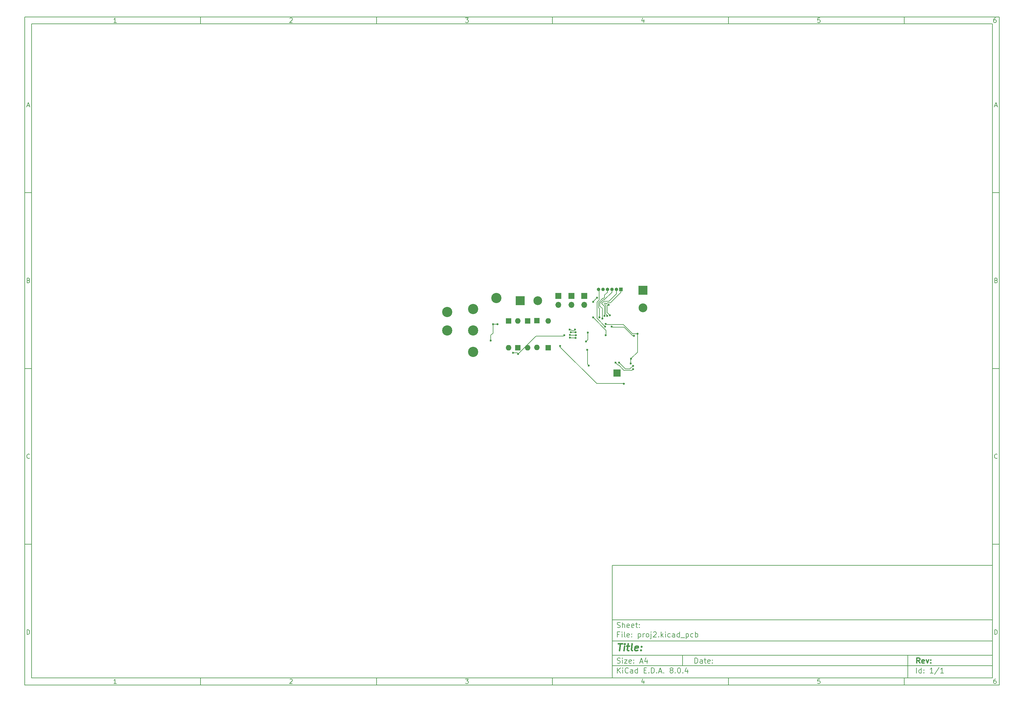
<source format=gbr>
%TF.GenerationSoftware,KiCad,Pcbnew,8.0.4*%
%TF.CreationDate,2024-08-19T20:12:35-04:00*%
%TF.ProjectId,proj2,70726f6a-322e-46b6-9963-61645f706362,rev?*%
%TF.SameCoordinates,Original*%
%TF.FileFunction,Copper,L2,Bot*%
%TF.FilePolarity,Positive*%
%FSLAX46Y46*%
G04 Gerber Fmt 4.6, Leading zero omitted, Abs format (unit mm)*
G04 Created by KiCad (PCBNEW 8.0.4) date 2024-08-19 20:12:35*
%MOMM*%
%LPD*%
G01*
G04 APERTURE LIST*
%ADD10C,0.100000*%
%ADD11C,0.150000*%
%ADD12C,0.300000*%
%ADD13C,0.400000*%
%TA.AperFunction,ComponentPad*%
%ADD14R,2.500000X2.500000*%
%TD*%
%TA.AperFunction,ComponentPad*%
%ADD15C,2.500000*%
%TD*%
%TA.AperFunction,ComponentPad*%
%ADD16R,1.600000X1.600000*%
%TD*%
%TA.AperFunction,ComponentPad*%
%ADD17O,1.600000X1.600000*%
%TD*%
%TA.AperFunction,ComponentPad*%
%ADD18C,2.900000*%
%TD*%
%TA.AperFunction,ComponentPad*%
%ADD19R,1.700000X1.700000*%
%TD*%
%TA.AperFunction,ComponentPad*%
%ADD20O,1.700000X1.700000*%
%TD*%
%TA.AperFunction,ComponentPad*%
%ADD21R,1.000000X1.000000*%
%TD*%
%TA.AperFunction,ComponentPad*%
%ADD22O,1.000000X1.000000*%
%TD*%
%TA.AperFunction,HeatsinkPad*%
%ADD23C,0.600000*%
%TD*%
%TA.AperFunction,HeatsinkPad*%
%ADD24R,2.100000X2.100000*%
%TD*%
%TA.AperFunction,ViaPad*%
%ADD25C,0.600000*%
%TD*%
%TA.AperFunction,Conductor*%
%ADD26C,0.200000*%
%TD*%
G04 APERTURE END LIST*
D10*
D11*
X177002200Y-166007200D02*
X285002200Y-166007200D01*
X285002200Y-198007200D01*
X177002200Y-198007200D01*
X177002200Y-166007200D01*
D10*
D11*
X10000000Y-10000000D02*
X287002200Y-10000000D01*
X287002200Y-200007200D01*
X10000000Y-200007200D01*
X10000000Y-10000000D01*
D10*
D11*
X12000000Y-12000000D02*
X285002200Y-12000000D01*
X285002200Y-198007200D01*
X12000000Y-198007200D01*
X12000000Y-12000000D01*
D10*
D11*
X60000000Y-12000000D02*
X60000000Y-10000000D01*
D10*
D11*
X110000000Y-12000000D02*
X110000000Y-10000000D01*
D10*
D11*
X160000000Y-12000000D02*
X160000000Y-10000000D01*
D10*
D11*
X210000000Y-12000000D02*
X210000000Y-10000000D01*
D10*
D11*
X260000000Y-12000000D02*
X260000000Y-10000000D01*
D10*
D11*
X36089160Y-11593604D02*
X35346303Y-11593604D01*
X35717731Y-11593604D02*
X35717731Y-10293604D01*
X35717731Y-10293604D02*
X35593922Y-10479319D01*
X35593922Y-10479319D02*
X35470112Y-10603128D01*
X35470112Y-10603128D02*
X35346303Y-10665033D01*
D10*
D11*
X85346303Y-10417414D02*
X85408207Y-10355509D01*
X85408207Y-10355509D02*
X85532017Y-10293604D01*
X85532017Y-10293604D02*
X85841541Y-10293604D01*
X85841541Y-10293604D02*
X85965350Y-10355509D01*
X85965350Y-10355509D02*
X86027255Y-10417414D01*
X86027255Y-10417414D02*
X86089160Y-10541223D01*
X86089160Y-10541223D02*
X86089160Y-10665033D01*
X86089160Y-10665033D02*
X86027255Y-10850747D01*
X86027255Y-10850747D02*
X85284398Y-11593604D01*
X85284398Y-11593604D02*
X86089160Y-11593604D01*
D10*
D11*
X135284398Y-10293604D02*
X136089160Y-10293604D01*
X136089160Y-10293604D02*
X135655826Y-10788842D01*
X135655826Y-10788842D02*
X135841541Y-10788842D01*
X135841541Y-10788842D02*
X135965350Y-10850747D01*
X135965350Y-10850747D02*
X136027255Y-10912652D01*
X136027255Y-10912652D02*
X136089160Y-11036461D01*
X136089160Y-11036461D02*
X136089160Y-11345985D01*
X136089160Y-11345985D02*
X136027255Y-11469795D01*
X136027255Y-11469795D02*
X135965350Y-11531700D01*
X135965350Y-11531700D02*
X135841541Y-11593604D01*
X135841541Y-11593604D02*
X135470112Y-11593604D01*
X135470112Y-11593604D02*
X135346303Y-11531700D01*
X135346303Y-11531700D02*
X135284398Y-11469795D01*
D10*
D11*
X185965350Y-10726938D02*
X185965350Y-11593604D01*
X185655826Y-10231700D02*
X185346303Y-11160271D01*
X185346303Y-11160271D02*
X186151064Y-11160271D01*
D10*
D11*
X236027255Y-10293604D02*
X235408207Y-10293604D01*
X235408207Y-10293604D02*
X235346303Y-10912652D01*
X235346303Y-10912652D02*
X235408207Y-10850747D01*
X235408207Y-10850747D02*
X235532017Y-10788842D01*
X235532017Y-10788842D02*
X235841541Y-10788842D01*
X235841541Y-10788842D02*
X235965350Y-10850747D01*
X235965350Y-10850747D02*
X236027255Y-10912652D01*
X236027255Y-10912652D02*
X236089160Y-11036461D01*
X236089160Y-11036461D02*
X236089160Y-11345985D01*
X236089160Y-11345985D02*
X236027255Y-11469795D01*
X236027255Y-11469795D02*
X235965350Y-11531700D01*
X235965350Y-11531700D02*
X235841541Y-11593604D01*
X235841541Y-11593604D02*
X235532017Y-11593604D01*
X235532017Y-11593604D02*
X235408207Y-11531700D01*
X235408207Y-11531700D02*
X235346303Y-11469795D01*
D10*
D11*
X285965350Y-10293604D02*
X285717731Y-10293604D01*
X285717731Y-10293604D02*
X285593922Y-10355509D01*
X285593922Y-10355509D02*
X285532017Y-10417414D01*
X285532017Y-10417414D02*
X285408207Y-10603128D01*
X285408207Y-10603128D02*
X285346303Y-10850747D01*
X285346303Y-10850747D02*
X285346303Y-11345985D01*
X285346303Y-11345985D02*
X285408207Y-11469795D01*
X285408207Y-11469795D02*
X285470112Y-11531700D01*
X285470112Y-11531700D02*
X285593922Y-11593604D01*
X285593922Y-11593604D02*
X285841541Y-11593604D01*
X285841541Y-11593604D02*
X285965350Y-11531700D01*
X285965350Y-11531700D02*
X286027255Y-11469795D01*
X286027255Y-11469795D02*
X286089160Y-11345985D01*
X286089160Y-11345985D02*
X286089160Y-11036461D01*
X286089160Y-11036461D02*
X286027255Y-10912652D01*
X286027255Y-10912652D02*
X285965350Y-10850747D01*
X285965350Y-10850747D02*
X285841541Y-10788842D01*
X285841541Y-10788842D02*
X285593922Y-10788842D01*
X285593922Y-10788842D02*
X285470112Y-10850747D01*
X285470112Y-10850747D02*
X285408207Y-10912652D01*
X285408207Y-10912652D02*
X285346303Y-11036461D01*
D10*
D11*
X60000000Y-198007200D02*
X60000000Y-200007200D01*
D10*
D11*
X110000000Y-198007200D02*
X110000000Y-200007200D01*
D10*
D11*
X160000000Y-198007200D02*
X160000000Y-200007200D01*
D10*
D11*
X210000000Y-198007200D02*
X210000000Y-200007200D01*
D10*
D11*
X260000000Y-198007200D02*
X260000000Y-200007200D01*
D10*
D11*
X36089160Y-199600804D02*
X35346303Y-199600804D01*
X35717731Y-199600804D02*
X35717731Y-198300804D01*
X35717731Y-198300804D02*
X35593922Y-198486519D01*
X35593922Y-198486519D02*
X35470112Y-198610328D01*
X35470112Y-198610328D02*
X35346303Y-198672233D01*
D10*
D11*
X85346303Y-198424614D02*
X85408207Y-198362709D01*
X85408207Y-198362709D02*
X85532017Y-198300804D01*
X85532017Y-198300804D02*
X85841541Y-198300804D01*
X85841541Y-198300804D02*
X85965350Y-198362709D01*
X85965350Y-198362709D02*
X86027255Y-198424614D01*
X86027255Y-198424614D02*
X86089160Y-198548423D01*
X86089160Y-198548423D02*
X86089160Y-198672233D01*
X86089160Y-198672233D02*
X86027255Y-198857947D01*
X86027255Y-198857947D02*
X85284398Y-199600804D01*
X85284398Y-199600804D02*
X86089160Y-199600804D01*
D10*
D11*
X135284398Y-198300804D02*
X136089160Y-198300804D01*
X136089160Y-198300804D02*
X135655826Y-198796042D01*
X135655826Y-198796042D02*
X135841541Y-198796042D01*
X135841541Y-198796042D02*
X135965350Y-198857947D01*
X135965350Y-198857947D02*
X136027255Y-198919852D01*
X136027255Y-198919852D02*
X136089160Y-199043661D01*
X136089160Y-199043661D02*
X136089160Y-199353185D01*
X136089160Y-199353185D02*
X136027255Y-199476995D01*
X136027255Y-199476995D02*
X135965350Y-199538900D01*
X135965350Y-199538900D02*
X135841541Y-199600804D01*
X135841541Y-199600804D02*
X135470112Y-199600804D01*
X135470112Y-199600804D02*
X135346303Y-199538900D01*
X135346303Y-199538900D02*
X135284398Y-199476995D01*
D10*
D11*
X185965350Y-198734138D02*
X185965350Y-199600804D01*
X185655826Y-198238900D02*
X185346303Y-199167471D01*
X185346303Y-199167471D02*
X186151064Y-199167471D01*
D10*
D11*
X236027255Y-198300804D02*
X235408207Y-198300804D01*
X235408207Y-198300804D02*
X235346303Y-198919852D01*
X235346303Y-198919852D02*
X235408207Y-198857947D01*
X235408207Y-198857947D02*
X235532017Y-198796042D01*
X235532017Y-198796042D02*
X235841541Y-198796042D01*
X235841541Y-198796042D02*
X235965350Y-198857947D01*
X235965350Y-198857947D02*
X236027255Y-198919852D01*
X236027255Y-198919852D02*
X236089160Y-199043661D01*
X236089160Y-199043661D02*
X236089160Y-199353185D01*
X236089160Y-199353185D02*
X236027255Y-199476995D01*
X236027255Y-199476995D02*
X235965350Y-199538900D01*
X235965350Y-199538900D02*
X235841541Y-199600804D01*
X235841541Y-199600804D02*
X235532017Y-199600804D01*
X235532017Y-199600804D02*
X235408207Y-199538900D01*
X235408207Y-199538900D02*
X235346303Y-199476995D01*
D10*
D11*
X285965350Y-198300804D02*
X285717731Y-198300804D01*
X285717731Y-198300804D02*
X285593922Y-198362709D01*
X285593922Y-198362709D02*
X285532017Y-198424614D01*
X285532017Y-198424614D02*
X285408207Y-198610328D01*
X285408207Y-198610328D02*
X285346303Y-198857947D01*
X285346303Y-198857947D02*
X285346303Y-199353185D01*
X285346303Y-199353185D02*
X285408207Y-199476995D01*
X285408207Y-199476995D02*
X285470112Y-199538900D01*
X285470112Y-199538900D02*
X285593922Y-199600804D01*
X285593922Y-199600804D02*
X285841541Y-199600804D01*
X285841541Y-199600804D02*
X285965350Y-199538900D01*
X285965350Y-199538900D02*
X286027255Y-199476995D01*
X286027255Y-199476995D02*
X286089160Y-199353185D01*
X286089160Y-199353185D02*
X286089160Y-199043661D01*
X286089160Y-199043661D02*
X286027255Y-198919852D01*
X286027255Y-198919852D02*
X285965350Y-198857947D01*
X285965350Y-198857947D02*
X285841541Y-198796042D01*
X285841541Y-198796042D02*
X285593922Y-198796042D01*
X285593922Y-198796042D02*
X285470112Y-198857947D01*
X285470112Y-198857947D02*
X285408207Y-198919852D01*
X285408207Y-198919852D02*
X285346303Y-199043661D01*
D10*
D11*
X10000000Y-60000000D02*
X12000000Y-60000000D01*
D10*
D11*
X10000000Y-110000000D02*
X12000000Y-110000000D01*
D10*
D11*
X10000000Y-160000000D02*
X12000000Y-160000000D01*
D10*
D11*
X10690476Y-35222176D02*
X11309523Y-35222176D01*
X10566666Y-35593604D02*
X10999999Y-34293604D01*
X10999999Y-34293604D02*
X11433333Y-35593604D01*
D10*
D11*
X11092857Y-84912652D02*
X11278571Y-84974557D01*
X11278571Y-84974557D02*
X11340476Y-85036461D01*
X11340476Y-85036461D02*
X11402380Y-85160271D01*
X11402380Y-85160271D02*
X11402380Y-85345985D01*
X11402380Y-85345985D02*
X11340476Y-85469795D01*
X11340476Y-85469795D02*
X11278571Y-85531700D01*
X11278571Y-85531700D02*
X11154761Y-85593604D01*
X11154761Y-85593604D02*
X10659523Y-85593604D01*
X10659523Y-85593604D02*
X10659523Y-84293604D01*
X10659523Y-84293604D02*
X11092857Y-84293604D01*
X11092857Y-84293604D02*
X11216666Y-84355509D01*
X11216666Y-84355509D02*
X11278571Y-84417414D01*
X11278571Y-84417414D02*
X11340476Y-84541223D01*
X11340476Y-84541223D02*
X11340476Y-84665033D01*
X11340476Y-84665033D02*
X11278571Y-84788842D01*
X11278571Y-84788842D02*
X11216666Y-84850747D01*
X11216666Y-84850747D02*
X11092857Y-84912652D01*
X11092857Y-84912652D02*
X10659523Y-84912652D01*
D10*
D11*
X11402380Y-135469795D02*
X11340476Y-135531700D01*
X11340476Y-135531700D02*
X11154761Y-135593604D01*
X11154761Y-135593604D02*
X11030952Y-135593604D01*
X11030952Y-135593604D02*
X10845238Y-135531700D01*
X10845238Y-135531700D02*
X10721428Y-135407890D01*
X10721428Y-135407890D02*
X10659523Y-135284080D01*
X10659523Y-135284080D02*
X10597619Y-135036461D01*
X10597619Y-135036461D02*
X10597619Y-134850747D01*
X10597619Y-134850747D02*
X10659523Y-134603128D01*
X10659523Y-134603128D02*
X10721428Y-134479319D01*
X10721428Y-134479319D02*
X10845238Y-134355509D01*
X10845238Y-134355509D02*
X11030952Y-134293604D01*
X11030952Y-134293604D02*
X11154761Y-134293604D01*
X11154761Y-134293604D02*
X11340476Y-134355509D01*
X11340476Y-134355509D02*
X11402380Y-134417414D01*
D10*
D11*
X10659523Y-185593604D02*
X10659523Y-184293604D01*
X10659523Y-184293604D02*
X10969047Y-184293604D01*
X10969047Y-184293604D02*
X11154761Y-184355509D01*
X11154761Y-184355509D02*
X11278571Y-184479319D01*
X11278571Y-184479319D02*
X11340476Y-184603128D01*
X11340476Y-184603128D02*
X11402380Y-184850747D01*
X11402380Y-184850747D02*
X11402380Y-185036461D01*
X11402380Y-185036461D02*
X11340476Y-185284080D01*
X11340476Y-185284080D02*
X11278571Y-185407890D01*
X11278571Y-185407890D02*
X11154761Y-185531700D01*
X11154761Y-185531700D02*
X10969047Y-185593604D01*
X10969047Y-185593604D02*
X10659523Y-185593604D01*
D10*
D11*
X287002200Y-60000000D02*
X285002200Y-60000000D01*
D10*
D11*
X287002200Y-110000000D02*
X285002200Y-110000000D01*
D10*
D11*
X287002200Y-160000000D02*
X285002200Y-160000000D01*
D10*
D11*
X285692676Y-35222176D02*
X286311723Y-35222176D01*
X285568866Y-35593604D02*
X286002199Y-34293604D01*
X286002199Y-34293604D02*
X286435533Y-35593604D01*
D10*
D11*
X286095057Y-84912652D02*
X286280771Y-84974557D01*
X286280771Y-84974557D02*
X286342676Y-85036461D01*
X286342676Y-85036461D02*
X286404580Y-85160271D01*
X286404580Y-85160271D02*
X286404580Y-85345985D01*
X286404580Y-85345985D02*
X286342676Y-85469795D01*
X286342676Y-85469795D02*
X286280771Y-85531700D01*
X286280771Y-85531700D02*
X286156961Y-85593604D01*
X286156961Y-85593604D02*
X285661723Y-85593604D01*
X285661723Y-85593604D02*
X285661723Y-84293604D01*
X285661723Y-84293604D02*
X286095057Y-84293604D01*
X286095057Y-84293604D02*
X286218866Y-84355509D01*
X286218866Y-84355509D02*
X286280771Y-84417414D01*
X286280771Y-84417414D02*
X286342676Y-84541223D01*
X286342676Y-84541223D02*
X286342676Y-84665033D01*
X286342676Y-84665033D02*
X286280771Y-84788842D01*
X286280771Y-84788842D02*
X286218866Y-84850747D01*
X286218866Y-84850747D02*
X286095057Y-84912652D01*
X286095057Y-84912652D02*
X285661723Y-84912652D01*
D10*
D11*
X286404580Y-135469795D02*
X286342676Y-135531700D01*
X286342676Y-135531700D02*
X286156961Y-135593604D01*
X286156961Y-135593604D02*
X286033152Y-135593604D01*
X286033152Y-135593604D02*
X285847438Y-135531700D01*
X285847438Y-135531700D02*
X285723628Y-135407890D01*
X285723628Y-135407890D02*
X285661723Y-135284080D01*
X285661723Y-135284080D02*
X285599819Y-135036461D01*
X285599819Y-135036461D02*
X285599819Y-134850747D01*
X285599819Y-134850747D02*
X285661723Y-134603128D01*
X285661723Y-134603128D02*
X285723628Y-134479319D01*
X285723628Y-134479319D02*
X285847438Y-134355509D01*
X285847438Y-134355509D02*
X286033152Y-134293604D01*
X286033152Y-134293604D02*
X286156961Y-134293604D01*
X286156961Y-134293604D02*
X286342676Y-134355509D01*
X286342676Y-134355509D02*
X286404580Y-134417414D01*
D10*
D11*
X285661723Y-185593604D02*
X285661723Y-184293604D01*
X285661723Y-184293604D02*
X285971247Y-184293604D01*
X285971247Y-184293604D02*
X286156961Y-184355509D01*
X286156961Y-184355509D02*
X286280771Y-184479319D01*
X286280771Y-184479319D02*
X286342676Y-184603128D01*
X286342676Y-184603128D02*
X286404580Y-184850747D01*
X286404580Y-184850747D02*
X286404580Y-185036461D01*
X286404580Y-185036461D02*
X286342676Y-185284080D01*
X286342676Y-185284080D02*
X286280771Y-185407890D01*
X286280771Y-185407890D02*
X286156961Y-185531700D01*
X286156961Y-185531700D02*
X285971247Y-185593604D01*
X285971247Y-185593604D02*
X285661723Y-185593604D01*
D10*
D11*
X200458026Y-193793328D02*
X200458026Y-192293328D01*
X200458026Y-192293328D02*
X200815169Y-192293328D01*
X200815169Y-192293328D02*
X201029455Y-192364757D01*
X201029455Y-192364757D02*
X201172312Y-192507614D01*
X201172312Y-192507614D02*
X201243741Y-192650471D01*
X201243741Y-192650471D02*
X201315169Y-192936185D01*
X201315169Y-192936185D02*
X201315169Y-193150471D01*
X201315169Y-193150471D02*
X201243741Y-193436185D01*
X201243741Y-193436185D02*
X201172312Y-193579042D01*
X201172312Y-193579042D02*
X201029455Y-193721900D01*
X201029455Y-193721900D02*
X200815169Y-193793328D01*
X200815169Y-193793328D02*
X200458026Y-193793328D01*
X202600884Y-193793328D02*
X202600884Y-193007614D01*
X202600884Y-193007614D02*
X202529455Y-192864757D01*
X202529455Y-192864757D02*
X202386598Y-192793328D01*
X202386598Y-192793328D02*
X202100884Y-192793328D01*
X202100884Y-192793328D02*
X201958026Y-192864757D01*
X202600884Y-193721900D02*
X202458026Y-193793328D01*
X202458026Y-193793328D02*
X202100884Y-193793328D01*
X202100884Y-193793328D02*
X201958026Y-193721900D01*
X201958026Y-193721900D02*
X201886598Y-193579042D01*
X201886598Y-193579042D02*
X201886598Y-193436185D01*
X201886598Y-193436185D02*
X201958026Y-193293328D01*
X201958026Y-193293328D02*
X202100884Y-193221900D01*
X202100884Y-193221900D02*
X202458026Y-193221900D01*
X202458026Y-193221900D02*
X202600884Y-193150471D01*
X203100884Y-192793328D02*
X203672312Y-192793328D01*
X203315169Y-192293328D02*
X203315169Y-193579042D01*
X203315169Y-193579042D02*
X203386598Y-193721900D01*
X203386598Y-193721900D02*
X203529455Y-193793328D01*
X203529455Y-193793328D02*
X203672312Y-193793328D01*
X204743741Y-193721900D02*
X204600884Y-193793328D01*
X204600884Y-193793328D02*
X204315170Y-193793328D01*
X204315170Y-193793328D02*
X204172312Y-193721900D01*
X204172312Y-193721900D02*
X204100884Y-193579042D01*
X204100884Y-193579042D02*
X204100884Y-193007614D01*
X204100884Y-193007614D02*
X204172312Y-192864757D01*
X204172312Y-192864757D02*
X204315170Y-192793328D01*
X204315170Y-192793328D02*
X204600884Y-192793328D01*
X204600884Y-192793328D02*
X204743741Y-192864757D01*
X204743741Y-192864757D02*
X204815170Y-193007614D01*
X204815170Y-193007614D02*
X204815170Y-193150471D01*
X204815170Y-193150471D02*
X204100884Y-193293328D01*
X205458026Y-193650471D02*
X205529455Y-193721900D01*
X205529455Y-193721900D02*
X205458026Y-193793328D01*
X205458026Y-193793328D02*
X205386598Y-193721900D01*
X205386598Y-193721900D02*
X205458026Y-193650471D01*
X205458026Y-193650471D02*
X205458026Y-193793328D01*
X205458026Y-192864757D02*
X205529455Y-192936185D01*
X205529455Y-192936185D02*
X205458026Y-193007614D01*
X205458026Y-193007614D02*
X205386598Y-192936185D01*
X205386598Y-192936185D02*
X205458026Y-192864757D01*
X205458026Y-192864757D02*
X205458026Y-193007614D01*
D10*
D11*
X177002200Y-194507200D02*
X285002200Y-194507200D01*
D10*
D11*
X178458026Y-196593328D02*
X178458026Y-195093328D01*
X179315169Y-196593328D02*
X178672312Y-195736185D01*
X179315169Y-195093328D02*
X178458026Y-195950471D01*
X179958026Y-196593328D02*
X179958026Y-195593328D01*
X179958026Y-195093328D02*
X179886598Y-195164757D01*
X179886598Y-195164757D02*
X179958026Y-195236185D01*
X179958026Y-195236185D02*
X180029455Y-195164757D01*
X180029455Y-195164757D02*
X179958026Y-195093328D01*
X179958026Y-195093328D02*
X179958026Y-195236185D01*
X181529455Y-196450471D02*
X181458027Y-196521900D01*
X181458027Y-196521900D02*
X181243741Y-196593328D01*
X181243741Y-196593328D02*
X181100884Y-196593328D01*
X181100884Y-196593328D02*
X180886598Y-196521900D01*
X180886598Y-196521900D02*
X180743741Y-196379042D01*
X180743741Y-196379042D02*
X180672312Y-196236185D01*
X180672312Y-196236185D02*
X180600884Y-195950471D01*
X180600884Y-195950471D02*
X180600884Y-195736185D01*
X180600884Y-195736185D02*
X180672312Y-195450471D01*
X180672312Y-195450471D02*
X180743741Y-195307614D01*
X180743741Y-195307614D02*
X180886598Y-195164757D01*
X180886598Y-195164757D02*
X181100884Y-195093328D01*
X181100884Y-195093328D02*
X181243741Y-195093328D01*
X181243741Y-195093328D02*
X181458027Y-195164757D01*
X181458027Y-195164757D02*
X181529455Y-195236185D01*
X182815170Y-196593328D02*
X182815170Y-195807614D01*
X182815170Y-195807614D02*
X182743741Y-195664757D01*
X182743741Y-195664757D02*
X182600884Y-195593328D01*
X182600884Y-195593328D02*
X182315170Y-195593328D01*
X182315170Y-195593328D02*
X182172312Y-195664757D01*
X182815170Y-196521900D02*
X182672312Y-196593328D01*
X182672312Y-196593328D02*
X182315170Y-196593328D01*
X182315170Y-196593328D02*
X182172312Y-196521900D01*
X182172312Y-196521900D02*
X182100884Y-196379042D01*
X182100884Y-196379042D02*
X182100884Y-196236185D01*
X182100884Y-196236185D02*
X182172312Y-196093328D01*
X182172312Y-196093328D02*
X182315170Y-196021900D01*
X182315170Y-196021900D02*
X182672312Y-196021900D01*
X182672312Y-196021900D02*
X182815170Y-195950471D01*
X184172313Y-196593328D02*
X184172313Y-195093328D01*
X184172313Y-196521900D02*
X184029455Y-196593328D01*
X184029455Y-196593328D02*
X183743741Y-196593328D01*
X183743741Y-196593328D02*
X183600884Y-196521900D01*
X183600884Y-196521900D02*
X183529455Y-196450471D01*
X183529455Y-196450471D02*
X183458027Y-196307614D01*
X183458027Y-196307614D02*
X183458027Y-195879042D01*
X183458027Y-195879042D02*
X183529455Y-195736185D01*
X183529455Y-195736185D02*
X183600884Y-195664757D01*
X183600884Y-195664757D02*
X183743741Y-195593328D01*
X183743741Y-195593328D02*
X184029455Y-195593328D01*
X184029455Y-195593328D02*
X184172313Y-195664757D01*
X186029455Y-195807614D02*
X186529455Y-195807614D01*
X186743741Y-196593328D02*
X186029455Y-196593328D01*
X186029455Y-196593328D02*
X186029455Y-195093328D01*
X186029455Y-195093328D02*
X186743741Y-195093328D01*
X187386598Y-196450471D02*
X187458027Y-196521900D01*
X187458027Y-196521900D02*
X187386598Y-196593328D01*
X187386598Y-196593328D02*
X187315170Y-196521900D01*
X187315170Y-196521900D02*
X187386598Y-196450471D01*
X187386598Y-196450471D02*
X187386598Y-196593328D01*
X188100884Y-196593328D02*
X188100884Y-195093328D01*
X188100884Y-195093328D02*
X188458027Y-195093328D01*
X188458027Y-195093328D02*
X188672313Y-195164757D01*
X188672313Y-195164757D02*
X188815170Y-195307614D01*
X188815170Y-195307614D02*
X188886599Y-195450471D01*
X188886599Y-195450471D02*
X188958027Y-195736185D01*
X188958027Y-195736185D02*
X188958027Y-195950471D01*
X188958027Y-195950471D02*
X188886599Y-196236185D01*
X188886599Y-196236185D02*
X188815170Y-196379042D01*
X188815170Y-196379042D02*
X188672313Y-196521900D01*
X188672313Y-196521900D02*
X188458027Y-196593328D01*
X188458027Y-196593328D02*
X188100884Y-196593328D01*
X189600884Y-196450471D02*
X189672313Y-196521900D01*
X189672313Y-196521900D02*
X189600884Y-196593328D01*
X189600884Y-196593328D02*
X189529456Y-196521900D01*
X189529456Y-196521900D02*
X189600884Y-196450471D01*
X189600884Y-196450471D02*
X189600884Y-196593328D01*
X190243742Y-196164757D02*
X190958028Y-196164757D01*
X190100885Y-196593328D02*
X190600885Y-195093328D01*
X190600885Y-195093328D02*
X191100885Y-196593328D01*
X191600884Y-196450471D02*
X191672313Y-196521900D01*
X191672313Y-196521900D02*
X191600884Y-196593328D01*
X191600884Y-196593328D02*
X191529456Y-196521900D01*
X191529456Y-196521900D02*
X191600884Y-196450471D01*
X191600884Y-196450471D02*
X191600884Y-196593328D01*
X193672313Y-195736185D02*
X193529456Y-195664757D01*
X193529456Y-195664757D02*
X193458027Y-195593328D01*
X193458027Y-195593328D02*
X193386599Y-195450471D01*
X193386599Y-195450471D02*
X193386599Y-195379042D01*
X193386599Y-195379042D02*
X193458027Y-195236185D01*
X193458027Y-195236185D02*
X193529456Y-195164757D01*
X193529456Y-195164757D02*
X193672313Y-195093328D01*
X193672313Y-195093328D02*
X193958027Y-195093328D01*
X193958027Y-195093328D02*
X194100885Y-195164757D01*
X194100885Y-195164757D02*
X194172313Y-195236185D01*
X194172313Y-195236185D02*
X194243742Y-195379042D01*
X194243742Y-195379042D02*
X194243742Y-195450471D01*
X194243742Y-195450471D02*
X194172313Y-195593328D01*
X194172313Y-195593328D02*
X194100885Y-195664757D01*
X194100885Y-195664757D02*
X193958027Y-195736185D01*
X193958027Y-195736185D02*
X193672313Y-195736185D01*
X193672313Y-195736185D02*
X193529456Y-195807614D01*
X193529456Y-195807614D02*
X193458027Y-195879042D01*
X193458027Y-195879042D02*
X193386599Y-196021900D01*
X193386599Y-196021900D02*
X193386599Y-196307614D01*
X193386599Y-196307614D02*
X193458027Y-196450471D01*
X193458027Y-196450471D02*
X193529456Y-196521900D01*
X193529456Y-196521900D02*
X193672313Y-196593328D01*
X193672313Y-196593328D02*
X193958027Y-196593328D01*
X193958027Y-196593328D02*
X194100885Y-196521900D01*
X194100885Y-196521900D02*
X194172313Y-196450471D01*
X194172313Y-196450471D02*
X194243742Y-196307614D01*
X194243742Y-196307614D02*
X194243742Y-196021900D01*
X194243742Y-196021900D02*
X194172313Y-195879042D01*
X194172313Y-195879042D02*
X194100885Y-195807614D01*
X194100885Y-195807614D02*
X193958027Y-195736185D01*
X194886598Y-196450471D02*
X194958027Y-196521900D01*
X194958027Y-196521900D02*
X194886598Y-196593328D01*
X194886598Y-196593328D02*
X194815170Y-196521900D01*
X194815170Y-196521900D02*
X194886598Y-196450471D01*
X194886598Y-196450471D02*
X194886598Y-196593328D01*
X195886599Y-195093328D02*
X196029456Y-195093328D01*
X196029456Y-195093328D02*
X196172313Y-195164757D01*
X196172313Y-195164757D02*
X196243742Y-195236185D01*
X196243742Y-195236185D02*
X196315170Y-195379042D01*
X196315170Y-195379042D02*
X196386599Y-195664757D01*
X196386599Y-195664757D02*
X196386599Y-196021900D01*
X196386599Y-196021900D02*
X196315170Y-196307614D01*
X196315170Y-196307614D02*
X196243742Y-196450471D01*
X196243742Y-196450471D02*
X196172313Y-196521900D01*
X196172313Y-196521900D02*
X196029456Y-196593328D01*
X196029456Y-196593328D02*
X195886599Y-196593328D01*
X195886599Y-196593328D02*
X195743742Y-196521900D01*
X195743742Y-196521900D02*
X195672313Y-196450471D01*
X195672313Y-196450471D02*
X195600884Y-196307614D01*
X195600884Y-196307614D02*
X195529456Y-196021900D01*
X195529456Y-196021900D02*
X195529456Y-195664757D01*
X195529456Y-195664757D02*
X195600884Y-195379042D01*
X195600884Y-195379042D02*
X195672313Y-195236185D01*
X195672313Y-195236185D02*
X195743742Y-195164757D01*
X195743742Y-195164757D02*
X195886599Y-195093328D01*
X197029455Y-196450471D02*
X197100884Y-196521900D01*
X197100884Y-196521900D02*
X197029455Y-196593328D01*
X197029455Y-196593328D02*
X196958027Y-196521900D01*
X196958027Y-196521900D02*
X197029455Y-196450471D01*
X197029455Y-196450471D02*
X197029455Y-196593328D01*
X198386599Y-195593328D02*
X198386599Y-196593328D01*
X198029456Y-195021900D02*
X197672313Y-196093328D01*
X197672313Y-196093328D02*
X198600884Y-196093328D01*
D10*
D11*
X177002200Y-191507200D02*
X285002200Y-191507200D01*
D10*
D12*
X264413853Y-193785528D02*
X263913853Y-193071242D01*
X263556710Y-193785528D02*
X263556710Y-192285528D01*
X263556710Y-192285528D02*
X264128139Y-192285528D01*
X264128139Y-192285528D02*
X264270996Y-192356957D01*
X264270996Y-192356957D02*
X264342425Y-192428385D01*
X264342425Y-192428385D02*
X264413853Y-192571242D01*
X264413853Y-192571242D02*
X264413853Y-192785528D01*
X264413853Y-192785528D02*
X264342425Y-192928385D01*
X264342425Y-192928385D02*
X264270996Y-192999814D01*
X264270996Y-192999814D02*
X264128139Y-193071242D01*
X264128139Y-193071242D02*
X263556710Y-193071242D01*
X265628139Y-193714100D02*
X265485282Y-193785528D01*
X265485282Y-193785528D02*
X265199568Y-193785528D01*
X265199568Y-193785528D02*
X265056710Y-193714100D01*
X265056710Y-193714100D02*
X264985282Y-193571242D01*
X264985282Y-193571242D02*
X264985282Y-192999814D01*
X264985282Y-192999814D02*
X265056710Y-192856957D01*
X265056710Y-192856957D02*
X265199568Y-192785528D01*
X265199568Y-192785528D02*
X265485282Y-192785528D01*
X265485282Y-192785528D02*
X265628139Y-192856957D01*
X265628139Y-192856957D02*
X265699568Y-192999814D01*
X265699568Y-192999814D02*
X265699568Y-193142671D01*
X265699568Y-193142671D02*
X264985282Y-193285528D01*
X266199567Y-192785528D02*
X266556710Y-193785528D01*
X266556710Y-193785528D02*
X266913853Y-192785528D01*
X267485281Y-193642671D02*
X267556710Y-193714100D01*
X267556710Y-193714100D02*
X267485281Y-193785528D01*
X267485281Y-193785528D02*
X267413853Y-193714100D01*
X267413853Y-193714100D02*
X267485281Y-193642671D01*
X267485281Y-193642671D02*
X267485281Y-193785528D01*
X267485281Y-192856957D02*
X267556710Y-192928385D01*
X267556710Y-192928385D02*
X267485281Y-192999814D01*
X267485281Y-192999814D02*
X267413853Y-192928385D01*
X267413853Y-192928385D02*
X267485281Y-192856957D01*
X267485281Y-192856957D02*
X267485281Y-192999814D01*
D10*
D11*
X178386598Y-193721900D02*
X178600884Y-193793328D01*
X178600884Y-193793328D02*
X178958026Y-193793328D01*
X178958026Y-193793328D02*
X179100884Y-193721900D01*
X179100884Y-193721900D02*
X179172312Y-193650471D01*
X179172312Y-193650471D02*
X179243741Y-193507614D01*
X179243741Y-193507614D02*
X179243741Y-193364757D01*
X179243741Y-193364757D02*
X179172312Y-193221900D01*
X179172312Y-193221900D02*
X179100884Y-193150471D01*
X179100884Y-193150471D02*
X178958026Y-193079042D01*
X178958026Y-193079042D02*
X178672312Y-193007614D01*
X178672312Y-193007614D02*
X178529455Y-192936185D01*
X178529455Y-192936185D02*
X178458026Y-192864757D01*
X178458026Y-192864757D02*
X178386598Y-192721900D01*
X178386598Y-192721900D02*
X178386598Y-192579042D01*
X178386598Y-192579042D02*
X178458026Y-192436185D01*
X178458026Y-192436185D02*
X178529455Y-192364757D01*
X178529455Y-192364757D02*
X178672312Y-192293328D01*
X178672312Y-192293328D02*
X179029455Y-192293328D01*
X179029455Y-192293328D02*
X179243741Y-192364757D01*
X179886597Y-193793328D02*
X179886597Y-192793328D01*
X179886597Y-192293328D02*
X179815169Y-192364757D01*
X179815169Y-192364757D02*
X179886597Y-192436185D01*
X179886597Y-192436185D02*
X179958026Y-192364757D01*
X179958026Y-192364757D02*
X179886597Y-192293328D01*
X179886597Y-192293328D02*
X179886597Y-192436185D01*
X180458026Y-192793328D02*
X181243741Y-192793328D01*
X181243741Y-192793328D02*
X180458026Y-193793328D01*
X180458026Y-193793328D02*
X181243741Y-193793328D01*
X182386598Y-193721900D02*
X182243741Y-193793328D01*
X182243741Y-193793328D02*
X181958027Y-193793328D01*
X181958027Y-193793328D02*
X181815169Y-193721900D01*
X181815169Y-193721900D02*
X181743741Y-193579042D01*
X181743741Y-193579042D02*
X181743741Y-193007614D01*
X181743741Y-193007614D02*
X181815169Y-192864757D01*
X181815169Y-192864757D02*
X181958027Y-192793328D01*
X181958027Y-192793328D02*
X182243741Y-192793328D01*
X182243741Y-192793328D02*
X182386598Y-192864757D01*
X182386598Y-192864757D02*
X182458027Y-193007614D01*
X182458027Y-193007614D02*
X182458027Y-193150471D01*
X182458027Y-193150471D02*
X181743741Y-193293328D01*
X183100883Y-193650471D02*
X183172312Y-193721900D01*
X183172312Y-193721900D02*
X183100883Y-193793328D01*
X183100883Y-193793328D02*
X183029455Y-193721900D01*
X183029455Y-193721900D02*
X183100883Y-193650471D01*
X183100883Y-193650471D02*
X183100883Y-193793328D01*
X183100883Y-192864757D02*
X183172312Y-192936185D01*
X183172312Y-192936185D02*
X183100883Y-193007614D01*
X183100883Y-193007614D02*
X183029455Y-192936185D01*
X183029455Y-192936185D02*
X183100883Y-192864757D01*
X183100883Y-192864757D02*
X183100883Y-193007614D01*
X184886598Y-193364757D02*
X185600884Y-193364757D01*
X184743741Y-193793328D02*
X185243741Y-192293328D01*
X185243741Y-192293328D02*
X185743741Y-193793328D01*
X186886598Y-192793328D02*
X186886598Y-193793328D01*
X186529455Y-192221900D02*
X186172312Y-193293328D01*
X186172312Y-193293328D02*
X187100883Y-193293328D01*
D10*
D11*
X263458026Y-196593328D02*
X263458026Y-195093328D01*
X264815170Y-196593328D02*
X264815170Y-195093328D01*
X264815170Y-196521900D02*
X264672312Y-196593328D01*
X264672312Y-196593328D02*
X264386598Y-196593328D01*
X264386598Y-196593328D02*
X264243741Y-196521900D01*
X264243741Y-196521900D02*
X264172312Y-196450471D01*
X264172312Y-196450471D02*
X264100884Y-196307614D01*
X264100884Y-196307614D02*
X264100884Y-195879042D01*
X264100884Y-195879042D02*
X264172312Y-195736185D01*
X264172312Y-195736185D02*
X264243741Y-195664757D01*
X264243741Y-195664757D02*
X264386598Y-195593328D01*
X264386598Y-195593328D02*
X264672312Y-195593328D01*
X264672312Y-195593328D02*
X264815170Y-195664757D01*
X265529455Y-196450471D02*
X265600884Y-196521900D01*
X265600884Y-196521900D02*
X265529455Y-196593328D01*
X265529455Y-196593328D02*
X265458027Y-196521900D01*
X265458027Y-196521900D02*
X265529455Y-196450471D01*
X265529455Y-196450471D02*
X265529455Y-196593328D01*
X265529455Y-195664757D02*
X265600884Y-195736185D01*
X265600884Y-195736185D02*
X265529455Y-195807614D01*
X265529455Y-195807614D02*
X265458027Y-195736185D01*
X265458027Y-195736185D02*
X265529455Y-195664757D01*
X265529455Y-195664757D02*
X265529455Y-195807614D01*
X268172313Y-196593328D02*
X267315170Y-196593328D01*
X267743741Y-196593328D02*
X267743741Y-195093328D01*
X267743741Y-195093328D02*
X267600884Y-195307614D01*
X267600884Y-195307614D02*
X267458027Y-195450471D01*
X267458027Y-195450471D02*
X267315170Y-195521900D01*
X269886598Y-195021900D02*
X268600884Y-196950471D01*
X271172313Y-196593328D02*
X270315170Y-196593328D01*
X270743741Y-196593328D02*
X270743741Y-195093328D01*
X270743741Y-195093328D02*
X270600884Y-195307614D01*
X270600884Y-195307614D02*
X270458027Y-195450471D01*
X270458027Y-195450471D02*
X270315170Y-195521900D01*
D10*
D11*
X177002200Y-187507200D02*
X285002200Y-187507200D01*
D10*
D13*
X178693928Y-188211638D02*
X179836785Y-188211638D01*
X179015357Y-190211638D02*
X179265357Y-188211638D01*
X180253452Y-190211638D02*
X180420119Y-188878304D01*
X180503452Y-188211638D02*
X180396309Y-188306876D01*
X180396309Y-188306876D02*
X180479643Y-188402114D01*
X180479643Y-188402114D02*
X180586786Y-188306876D01*
X180586786Y-188306876D02*
X180503452Y-188211638D01*
X180503452Y-188211638D02*
X180479643Y-188402114D01*
X181086786Y-188878304D02*
X181848690Y-188878304D01*
X181455833Y-188211638D02*
X181241548Y-189925923D01*
X181241548Y-189925923D02*
X181312976Y-190116400D01*
X181312976Y-190116400D02*
X181491548Y-190211638D01*
X181491548Y-190211638D02*
X181682024Y-190211638D01*
X182634405Y-190211638D02*
X182455833Y-190116400D01*
X182455833Y-190116400D02*
X182384405Y-189925923D01*
X182384405Y-189925923D02*
X182598690Y-188211638D01*
X184170119Y-190116400D02*
X183967738Y-190211638D01*
X183967738Y-190211638D02*
X183586785Y-190211638D01*
X183586785Y-190211638D02*
X183408214Y-190116400D01*
X183408214Y-190116400D02*
X183336785Y-189925923D01*
X183336785Y-189925923D02*
X183432024Y-189164019D01*
X183432024Y-189164019D02*
X183551071Y-188973542D01*
X183551071Y-188973542D02*
X183753452Y-188878304D01*
X183753452Y-188878304D02*
X184134404Y-188878304D01*
X184134404Y-188878304D02*
X184312976Y-188973542D01*
X184312976Y-188973542D02*
X184384404Y-189164019D01*
X184384404Y-189164019D02*
X184360595Y-189354495D01*
X184360595Y-189354495D02*
X183384404Y-189544971D01*
X185134405Y-190021161D02*
X185217738Y-190116400D01*
X185217738Y-190116400D02*
X185110595Y-190211638D01*
X185110595Y-190211638D02*
X185027262Y-190116400D01*
X185027262Y-190116400D02*
X185134405Y-190021161D01*
X185134405Y-190021161D02*
X185110595Y-190211638D01*
X185265357Y-188973542D02*
X185348690Y-189068780D01*
X185348690Y-189068780D02*
X185241548Y-189164019D01*
X185241548Y-189164019D02*
X185158214Y-189068780D01*
X185158214Y-189068780D02*
X185265357Y-188973542D01*
X185265357Y-188973542D02*
X185241548Y-189164019D01*
D10*
D11*
X178958026Y-185607614D02*
X178458026Y-185607614D01*
X178458026Y-186393328D02*
X178458026Y-184893328D01*
X178458026Y-184893328D02*
X179172312Y-184893328D01*
X179743740Y-186393328D02*
X179743740Y-185393328D01*
X179743740Y-184893328D02*
X179672312Y-184964757D01*
X179672312Y-184964757D02*
X179743740Y-185036185D01*
X179743740Y-185036185D02*
X179815169Y-184964757D01*
X179815169Y-184964757D02*
X179743740Y-184893328D01*
X179743740Y-184893328D02*
X179743740Y-185036185D01*
X180672312Y-186393328D02*
X180529455Y-186321900D01*
X180529455Y-186321900D02*
X180458026Y-186179042D01*
X180458026Y-186179042D02*
X180458026Y-184893328D01*
X181815169Y-186321900D02*
X181672312Y-186393328D01*
X181672312Y-186393328D02*
X181386598Y-186393328D01*
X181386598Y-186393328D02*
X181243740Y-186321900D01*
X181243740Y-186321900D02*
X181172312Y-186179042D01*
X181172312Y-186179042D02*
X181172312Y-185607614D01*
X181172312Y-185607614D02*
X181243740Y-185464757D01*
X181243740Y-185464757D02*
X181386598Y-185393328D01*
X181386598Y-185393328D02*
X181672312Y-185393328D01*
X181672312Y-185393328D02*
X181815169Y-185464757D01*
X181815169Y-185464757D02*
X181886598Y-185607614D01*
X181886598Y-185607614D02*
X181886598Y-185750471D01*
X181886598Y-185750471D02*
X181172312Y-185893328D01*
X182529454Y-186250471D02*
X182600883Y-186321900D01*
X182600883Y-186321900D02*
X182529454Y-186393328D01*
X182529454Y-186393328D02*
X182458026Y-186321900D01*
X182458026Y-186321900D02*
X182529454Y-186250471D01*
X182529454Y-186250471D02*
X182529454Y-186393328D01*
X182529454Y-185464757D02*
X182600883Y-185536185D01*
X182600883Y-185536185D02*
X182529454Y-185607614D01*
X182529454Y-185607614D02*
X182458026Y-185536185D01*
X182458026Y-185536185D02*
X182529454Y-185464757D01*
X182529454Y-185464757D02*
X182529454Y-185607614D01*
X184386597Y-185393328D02*
X184386597Y-186893328D01*
X184386597Y-185464757D02*
X184529455Y-185393328D01*
X184529455Y-185393328D02*
X184815169Y-185393328D01*
X184815169Y-185393328D02*
X184958026Y-185464757D01*
X184958026Y-185464757D02*
X185029455Y-185536185D01*
X185029455Y-185536185D02*
X185100883Y-185679042D01*
X185100883Y-185679042D02*
X185100883Y-186107614D01*
X185100883Y-186107614D02*
X185029455Y-186250471D01*
X185029455Y-186250471D02*
X184958026Y-186321900D01*
X184958026Y-186321900D02*
X184815169Y-186393328D01*
X184815169Y-186393328D02*
X184529455Y-186393328D01*
X184529455Y-186393328D02*
X184386597Y-186321900D01*
X185743740Y-186393328D02*
X185743740Y-185393328D01*
X185743740Y-185679042D02*
X185815169Y-185536185D01*
X185815169Y-185536185D02*
X185886598Y-185464757D01*
X185886598Y-185464757D02*
X186029455Y-185393328D01*
X186029455Y-185393328D02*
X186172312Y-185393328D01*
X186886597Y-186393328D02*
X186743740Y-186321900D01*
X186743740Y-186321900D02*
X186672311Y-186250471D01*
X186672311Y-186250471D02*
X186600883Y-186107614D01*
X186600883Y-186107614D02*
X186600883Y-185679042D01*
X186600883Y-185679042D02*
X186672311Y-185536185D01*
X186672311Y-185536185D02*
X186743740Y-185464757D01*
X186743740Y-185464757D02*
X186886597Y-185393328D01*
X186886597Y-185393328D02*
X187100883Y-185393328D01*
X187100883Y-185393328D02*
X187243740Y-185464757D01*
X187243740Y-185464757D02*
X187315169Y-185536185D01*
X187315169Y-185536185D02*
X187386597Y-185679042D01*
X187386597Y-185679042D02*
X187386597Y-186107614D01*
X187386597Y-186107614D02*
X187315169Y-186250471D01*
X187315169Y-186250471D02*
X187243740Y-186321900D01*
X187243740Y-186321900D02*
X187100883Y-186393328D01*
X187100883Y-186393328D02*
X186886597Y-186393328D01*
X188029454Y-185393328D02*
X188029454Y-186679042D01*
X188029454Y-186679042D02*
X187958026Y-186821900D01*
X187958026Y-186821900D02*
X187815169Y-186893328D01*
X187815169Y-186893328D02*
X187743740Y-186893328D01*
X188029454Y-184893328D02*
X187958026Y-184964757D01*
X187958026Y-184964757D02*
X188029454Y-185036185D01*
X188029454Y-185036185D02*
X188100883Y-184964757D01*
X188100883Y-184964757D02*
X188029454Y-184893328D01*
X188029454Y-184893328D02*
X188029454Y-185036185D01*
X188672312Y-185036185D02*
X188743740Y-184964757D01*
X188743740Y-184964757D02*
X188886598Y-184893328D01*
X188886598Y-184893328D02*
X189243740Y-184893328D01*
X189243740Y-184893328D02*
X189386598Y-184964757D01*
X189386598Y-184964757D02*
X189458026Y-185036185D01*
X189458026Y-185036185D02*
X189529455Y-185179042D01*
X189529455Y-185179042D02*
X189529455Y-185321900D01*
X189529455Y-185321900D02*
X189458026Y-185536185D01*
X189458026Y-185536185D02*
X188600883Y-186393328D01*
X188600883Y-186393328D02*
X189529455Y-186393328D01*
X190172311Y-186250471D02*
X190243740Y-186321900D01*
X190243740Y-186321900D02*
X190172311Y-186393328D01*
X190172311Y-186393328D02*
X190100883Y-186321900D01*
X190100883Y-186321900D02*
X190172311Y-186250471D01*
X190172311Y-186250471D02*
X190172311Y-186393328D01*
X190886597Y-186393328D02*
X190886597Y-184893328D01*
X191029455Y-185821900D02*
X191458026Y-186393328D01*
X191458026Y-185393328D02*
X190886597Y-185964757D01*
X192100883Y-186393328D02*
X192100883Y-185393328D01*
X192100883Y-184893328D02*
X192029455Y-184964757D01*
X192029455Y-184964757D02*
X192100883Y-185036185D01*
X192100883Y-185036185D02*
X192172312Y-184964757D01*
X192172312Y-184964757D02*
X192100883Y-184893328D01*
X192100883Y-184893328D02*
X192100883Y-185036185D01*
X193458027Y-186321900D02*
X193315169Y-186393328D01*
X193315169Y-186393328D02*
X193029455Y-186393328D01*
X193029455Y-186393328D02*
X192886598Y-186321900D01*
X192886598Y-186321900D02*
X192815169Y-186250471D01*
X192815169Y-186250471D02*
X192743741Y-186107614D01*
X192743741Y-186107614D02*
X192743741Y-185679042D01*
X192743741Y-185679042D02*
X192815169Y-185536185D01*
X192815169Y-185536185D02*
X192886598Y-185464757D01*
X192886598Y-185464757D02*
X193029455Y-185393328D01*
X193029455Y-185393328D02*
X193315169Y-185393328D01*
X193315169Y-185393328D02*
X193458027Y-185464757D01*
X194743741Y-186393328D02*
X194743741Y-185607614D01*
X194743741Y-185607614D02*
X194672312Y-185464757D01*
X194672312Y-185464757D02*
X194529455Y-185393328D01*
X194529455Y-185393328D02*
X194243741Y-185393328D01*
X194243741Y-185393328D02*
X194100883Y-185464757D01*
X194743741Y-186321900D02*
X194600883Y-186393328D01*
X194600883Y-186393328D02*
X194243741Y-186393328D01*
X194243741Y-186393328D02*
X194100883Y-186321900D01*
X194100883Y-186321900D02*
X194029455Y-186179042D01*
X194029455Y-186179042D02*
X194029455Y-186036185D01*
X194029455Y-186036185D02*
X194100883Y-185893328D01*
X194100883Y-185893328D02*
X194243741Y-185821900D01*
X194243741Y-185821900D02*
X194600883Y-185821900D01*
X194600883Y-185821900D02*
X194743741Y-185750471D01*
X196100884Y-186393328D02*
X196100884Y-184893328D01*
X196100884Y-186321900D02*
X195958026Y-186393328D01*
X195958026Y-186393328D02*
X195672312Y-186393328D01*
X195672312Y-186393328D02*
X195529455Y-186321900D01*
X195529455Y-186321900D02*
X195458026Y-186250471D01*
X195458026Y-186250471D02*
X195386598Y-186107614D01*
X195386598Y-186107614D02*
X195386598Y-185679042D01*
X195386598Y-185679042D02*
X195458026Y-185536185D01*
X195458026Y-185536185D02*
X195529455Y-185464757D01*
X195529455Y-185464757D02*
X195672312Y-185393328D01*
X195672312Y-185393328D02*
X195958026Y-185393328D01*
X195958026Y-185393328D02*
X196100884Y-185464757D01*
X196458027Y-186536185D02*
X197600884Y-186536185D01*
X197958026Y-185393328D02*
X197958026Y-186893328D01*
X197958026Y-185464757D02*
X198100884Y-185393328D01*
X198100884Y-185393328D02*
X198386598Y-185393328D01*
X198386598Y-185393328D02*
X198529455Y-185464757D01*
X198529455Y-185464757D02*
X198600884Y-185536185D01*
X198600884Y-185536185D02*
X198672312Y-185679042D01*
X198672312Y-185679042D02*
X198672312Y-186107614D01*
X198672312Y-186107614D02*
X198600884Y-186250471D01*
X198600884Y-186250471D02*
X198529455Y-186321900D01*
X198529455Y-186321900D02*
X198386598Y-186393328D01*
X198386598Y-186393328D02*
X198100884Y-186393328D01*
X198100884Y-186393328D02*
X197958026Y-186321900D01*
X199958027Y-186321900D02*
X199815169Y-186393328D01*
X199815169Y-186393328D02*
X199529455Y-186393328D01*
X199529455Y-186393328D02*
X199386598Y-186321900D01*
X199386598Y-186321900D02*
X199315169Y-186250471D01*
X199315169Y-186250471D02*
X199243741Y-186107614D01*
X199243741Y-186107614D02*
X199243741Y-185679042D01*
X199243741Y-185679042D02*
X199315169Y-185536185D01*
X199315169Y-185536185D02*
X199386598Y-185464757D01*
X199386598Y-185464757D02*
X199529455Y-185393328D01*
X199529455Y-185393328D02*
X199815169Y-185393328D01*
X199815169Y-185393328D02*
X199958027Y-185464757D01*
X200600883Y-186393328D02*
X200600883Y-184893328D01*
X200600883Y-185464757D02*
X200743741Y-185393328D01*
X200743741Y-185393328D02*
X201029455Y-185393328D01*
X201029455Y-185393328D02*
X201172312Y-185464757D01*
X201172312Y-185464757D02*
X201243741Y-185536185D01*
X201243741Y-185536185D02*
X201315169Y-185679042D01*
X201315169Y-185679042D02*
X201315169Y-186107614D01*
X201315169Y-186107614D02*
X201243741Y-186250471D01*
X201243741Y-186250471D02*
X201172312Y-186321900D01*
X201172312Y-186321900D02*
X201029455Y-186393328D01*
X201029455Y-186393328D02*
X200743741Y-186393328D01*
X200743741Y-186393328D02*
X200600883Y-186321900D01*
D10*
D11*
X177002200Y-181507200D02*
X285002200Y-181507200D01*
D10*
D11*
X178386598Y-183621900D02*
X178600884Y-183693328D01*
X178600884Y-183693328D02*
X178958026Y-183693328D01*
X178958026Y-183693328D02*
X179100884Y-183621900D01*
X179100884Y-183621900D02*
X179172312Y-183550471D01*
X179172312Y-183550471D02*
X179243741Y-183407614D01*
X179243741Y-183407614D02*
X179243741Y-183264757D01*
X179243741Y-183264757D02*
X179172312Y-183121900D01*
X179172312Y-183121900D02*
X179100884Y-183050471D01*
X179100884Y-183050471D02*
X178958026Y-182979042D01*
X178958026Y-182979042D02*
X178672312Y-182907614D01*
X178672312Y-182907614D02*
X178529455Y-182836185D01*
X178529455Y-182836185D02*
X178458026Y-182764757D01*
X178458026Y-182764757D02*
X178386598Y-182621900D01*
X178386598Y-182621900D02*
X178386598Y-182479042D01*
X178386598Y-182479042D02*
X178458026Y-182336185D01*
X178458026Y-182336185D02*
X178529455Y-182264757D01*
X178529455Y-182264757D02*
X178672312Y-182193328D01*
X178672312Y-182193328D02*
X179029455Y-182193328D01*
X179029455Y-182193328D02*
X179243741Y-182264757D01*
X179886597Y-183693328D02*
X179886597Y-182193328D01*
X180529455Y-183693328D02*
X180529455Y-182907614D01*
X180529455Y-182907614D02*
X180458026Y-182764757D01*
X180458026Y-182764757D02*
X180315169Y-182693328D01*
X180315169Y-182693328D02*
X180100883Y-182693328D01*
X180100883Y-182693328D02*
X179958026Y-182764757D01*
X179958026Y-182764757D02*
X179886597Y-182836185D01*
X181815169Y-183621900D02*
X181672312Y-183693328D01*
X181672312Y-183693328D02*
X181386598Y-183693328D01*
X181386598Y-183693328D02*
X181243740Y-183621900D01*
X181243740Y-183621900D02*
X181172312Y-183479042D01*
X181172312Y-183479042D02*
X181172312Y-182907614D01*
X181172312Y-182907614D02*
X181243740Y-182764757D01*
X181243740Y-182764757D02*
X181386598Y-182693328D01*
X181386598Y-182693328D02*
X181672312Y-182693328D01*
X181672312Y-182693328D02*
X181815169Y-182764757D01*
X181815169Y-182764757D02*
X181886598Y-182907614D01*
X181886598Y-182907614D02*
X181886598Y-183050471D01*
X181886598Y-183050471D02*
X181172312Y-183193328D01*
X183100883Y-183621900D02*
X182958026Y-183693328D01*
X182958026Y-183693328D02*
X182672312Y-183693328D01*
X182672312Y-183693328D02*
X182529454Y-183621900D01*
X182529454Y-183621900D02*
X182458026Y-183479042D01*
X182458026Y-183479042D02*
X182458026Y-182907614D01*
X182458026Y-182907614D02*
X182529454Y-182764757D01*
X182529454Y-182764757D02*
X182672312Y-182693328D01*
X182672312Y-182693328D02*
X182958026Y-182693328D01*
X182958026Y-182693328D02*
X183100883Y-182764757D01*
X183100883Y-182764757D02*
X183172312Y-182907614D01*
X183172312Y-182907614D02*
X183172312Y-183050471D01*
X183172312Y-183050471D02*
X182458026Y-183193328D01*
X183600883Y-182693328D02*
X184172311Y-182693328D01*
X183815168Y-182193328D02*
X183815168Y-183479042D01*
X183815168Y-183479042D02*
X183886597Y-183621900D01*
X183886597Y-183621900D02*
X184029454Y-183693328D01*
X184029454Y-183693328D02*
X184172311Y-183693328D01*
X184672311Y-183550471D02*
X184743740Y-183621900D01*
X184743740Y-183621900D02*
X184672311Y-183693328D01*
X184672311Y-183693328D02*
X184600883Y-183621900D01*
X184600883Y-183621900D02*
X184672311Y-183550471D01*
X184672311Y-183550471D02*
X184672311Y-183693328D01*
X184672311Y-182764757D02*
X184743740Y-182836185D01*
X184743740Y-182836185D02*
X184672311Y-182907614D01*
X184672311Y-182907614D02*
X184600883Y-182836185D01*
X184600883Y-182836185D02*
X184672311Y-182764757D01*
X184672311Y-182764757D02*
X184672311Y-182907614D01*
D10*
D11*
X197002200Y-191507200D02*
X197002200Y-194507200D01*
D10*
D11*
X261002200Y-191507200D02*
X261002200Y-198007200D01*
D14*
%TO.P,J7,1,Pin_1*%
%TO.N,-15V*%
X150830000Y-90695000D03*
D15*
%TO.P,J7,2,Pin_2*%
%TO.N,+15V*%
X155830000Y-90695000D03*
%TD*%
D16*
%TO.P,D3,1,K*%
%TO.N,+15V*%
X152910000Y-96445000D03*
D17*
%TO.P,D3,2,A*%
%TO.N,Net-(D3-A)*%
X152910000Y-104065000D03*
%TD*%
D16*
%TO.P,R20,1*%
%TO.N,Net-(R20-Pad1)*%
X147490000Y-96425000D03*
D17*
%TO.P,R20,2*%
%TO.N,Net-(C2-Pad1)*%
X147490000Y-104045000D03*
%TD*%
D18*
%TO.P,J2,1*%
%TO.N,Net-(C2-Pad1)*%
X137420000Y-105255000D03*
%TO.P,J2,2*%
%TO.N,Net-(C1-Pad1)*%
X137420000Y-93055000D03*
%TO.P,J2,3*%
%TO.N,GND*%
X137420000Y-99155000D03*
%TO.P,J2,G*%
X130120000Y-99155000D03*
%TO.P,J2,S*%
%TO.N,Net-(C2-Pad1)*%
X130120000Y-93955000D03*
%TO.P,J2,T*%
%TO.N,Net-(C1-Pad1)*%
X144020000Y-89955000D03*
%TD*%
D19*
%TO.P,J3,1,Pin_1*%
%TO.N,Net-(J3-Pin_1)*%
X161650000Y-89345000D03*
D20*
%TO.P,J3,2,Pin_2*%
%TO.N,Net-(J3-Pin_2)*%
X161650000Y-91885000D03*
%TD*%
D16*
%TO.P,D1,1,K*%
%TO.N,+15V*%
X155570000Y-96385000D03*
D17*
%TO.P,D1,2,A*%
%TO.N,Net-(D1-A)*%
X155570000Y-104005000D03*
%TD*%
D14*
%TO.P,J6,1,Pin_1*%
%TO.N,Net-(J6-Pin_1)*%
X185670000Y-87730000D03*
D15*
%TO.P,J6,2,Pin_2*%
%TO.N,Net-(J6-Pin_2)*%
X185670000Y-92730000D03*
%TD*%
D21*
%TO.P,J1,1,Pin_1*%
%TO.N,CS*%
X179440000Y-87475000D03*
D22*
%TO.P,J1,2,Pin_2*%
%TO.N,SCLK*%
X178170000Y-87475000D03*
%TO.P,J1,3,Pin_3*%
%TO.N,DIN*%
X176900000Y-87475000D03*
%TO.P,J1,4,Pin_4*%
%TO.N,DOUT*%
X175630000Y-87475000D03*
%TO.P,J1,5,Pin_5*%
%TO.N,RST*%
X174360000Y-87475000D03*
%TO.P,J1,6,Pin_6*%
%TO.N,BSY*%
X173090000Y-87475000D03*
%TD*%
D16*
%TO.P,D4,1,K*%
%TO.N,Net-(D3-A)*%
X150170000Y-104085000D03*
D17*
%TO.P,D4,2,A*%
%TO.N,-15V*%
X150170000Y-96465000D03*
%TD*%
D19*
%TO.P,J4,1,Pin_1*%
%TO.N,Net-(J4-Pin_1)*%
X165350000Y-89345000D03*
D20*
%TO.P,J4,2,Pin_2*%
%TO.N,Net-(J4-Pin_2)*%
X165350000Y-91885000D03*
%TD*%
D23*
%TO.P,U3,17,V-*%
%TO.N,-15V*%
X179100000Y-110515000D03*
X178350000Y-110515000D03*
X177600000Y-110515000D03*
X179100000Y-111265000D03*
X178350000Y-111265000D03*
D24*
X178350000Y-111265000D03*
D23*
X177600000Y-111265000D03*
X179100000Y-112015000D03*
X178350000Y-112015000D03*
X177600000Y-112015000D03*
%TD*%
D16*
%TO.P,D2,1,K*%
%TO.N,Net-(D1-A)*%
X158800000Y-104075000D03*
D17*
%TO.P,D2,2,A*%
%TO.N,-15V*%
X158800000Y-96455000D03*
%TD*%
D19*
%TO.P,J5,1,Pin_1*%
%TO.N,Net-(J5-Pin_1)*%
X169030000Y-89345000D03*
D20*
%TO.P,J5,2,Pin_2*%
%TO.N,Net-(J5-Pin_2)*%
X169030000Y-91885000D03*
%TD*%
D25*
%TO.N,BSY*%
X174990806Y-98075000D03*
%TO.N,DOUT*%
X173372127Y-95462500D03*
%TO.N,RST*%
X175970000Y-91898763D03*
X176348276Y-94887494D03*
%TO.N,DIN*%
X174156056Y-95772526D03*
%TO.N,SCLK*%
X174756056Y-94982498D03*
%TO.N,CS*%
X175555913Y-94997789D03*
%TO.N,Net-(J4-Pin_2)*%
X171529779Y-95462500D03*
X175140000Y-100565000D03*
%TO.N,GND*%
X142440000Y-102065000D03*
X144420000Y-97365000D03*
X143100000Y-97405000D03*
%TO.N,-15V*%
X170285049Y-109125000D03*
X169860000Y-104645000D03*
%TO.N,+15V*%
X162210067Y-103575000D03*
X180300000Y-114325000D03*
X164912415Y-98926334D03*
X166436020Y-98927902D03*
%TO.N,Net-(D3-A)*%
X166630747Y-100515588D03*
X164962568Y-100423902D03*
X148810000Y-105555735D03*
X163340000Y-100525000D03*
X150239265Y-105834265D03*
%TO.N,GND*%
X184140000Y-100085000D03*
X175163806Y-97293927D03*
X182310000Y-107235000D03*
X182270000Y-108585000D03*
%TO.N,out+*%
X182870000Y-110187541D03*
X177920000Y-108295000D03*
%TO.N,out-*%
X182870000Y-109251553D03*
X178935005Y-108313534D03*
%TO.N,+3V3*%
X171600000Y-91055000D03*
X176778528Y-98075000D03*
X172680368Y-89872623D03*
X183196339Y-100685000D03*
%TO.N,Net-(U2A-SOUT1)*%
X169500000Y-102335000D03*
X170010000Y-99735000D03*
%TO.N,Net-(D1-A)*%
X166600000Y-101315000D03*
X165000000Y-101223028D03*
%TO.N,Net-(U2A-SCAP2)*%
X165217863Y-99665729D03*
X166583638Y-99714167D03*
%TD*%
D26*
%TO.N,GND*%
X184140000Y-105340000D02*
X184140000Y-100085000D01*
X182310000Y-107170000D02*
X184140000Y-105340000D01*
X182310000Y-107235000D02*
X182310000Y-107170000D01*
%TO.N,out+*%
X178819314Y-109010000D02*
X178635000Y-109010000D01*
X182552541Y-110505000D02*
X180314314Y-110505000D01*
X182870000Y-110187541D02*
X182552541Y-110505000D01*
X178635000Y-109010000D02*
X177920000Y-108295000D01*
X180314314Y-110505000D02*
X178819314Y-109010000D01*
%TO.N,out-*%
X180726471Y-110105000D02*
X178935005Y-108313534D01*
X182016553Y-110105000D02*
X180726471Y-110105000D01*
X182870000Y-109251553D02*
X182016553Y-110105000D01*
%TO.N,GND*%
X182310000Y-107235000D02*
X182270000Y-107275000D01*
X182270000Y-107275000D02*
X182270000Y-108585000D01*
%TO.N,+15V*%
X162210067Y-103943597D02*
X162210067Y-103575000D01*
X172551470Y-114285000D02*
X162210067Y-103943597D01*
X180300000Y-114325000D02*
X180260000Y-114285000D01*
X180260000Y-114285000D02*
X172551470Y-114285000D01*
%TO.N,BSY*%
X173280368Y-87665368D02*
X173090000Y-87475000D01*
X173280368Y-90494632D02*
X173280368Y-87665368D01*
X172650000Y-95734194D02*
X172650000Y-91125000D01*
X174990806Y-98075000D02*
X172650000Y-95734194D01*
%TO.N,DOUT*%
X175630000Y-88295000D02*
X175630000Y-87475000D01*
X174563946Y-90065368D02*
X174790000Y-89839314D01*
X174275318Y-90065368D02*
X174563946Y-90065368D01*
X174790000Y-89839314D02*
X174790000Y-89135000D01*
X173050000Y-91290686D02*
X174275318Y-90065368D01*
X173372127Y-92967127D02*
X173050000Y-92645000D01*
%TO.N,DIN*%
X176900000Y-88295000D02*
X176900000Y-87475000D01*
%TO.N,BSY*%
X172650000Y-91125000D02*
X173280368Y-90494632D01*
%TO.N,DIN*%
X174729632Y-90465368D02*
X176900000Y-88295000D01*
X173450000Y-92202888D02*
X173450000Y-91456372D01*
X174441004Y-90465368D02*
X174729632Y-90465368D01*
X174156056Y-95772526D02*
X174156056Y-92908944D01*
X174156056Y-92908944D02*
X173450000Y-92202888D01*
%TO.N,SCLK*%
X178170000Y-88775000D02*
X178170000Y-87475000D01*
%TO.N,DOUT*%
X173372127Y-95462500D02*
X173372127Y-92967127D01*
%TO.N,SCLK*%
X175449834Y-90865368D02*
X175483229Y-90898763D01*
X176046237Y-90898763D02*
X178170000Y-88775000D01*
%TO.N,CS*%
X179440000Y-88295000D02*
X179440000Y-87475000D01*
%TO.N,SCLK*%
X175483229Y-90898763D02*
X176046237Y-90898763D01*
%TO.N,CS*%
X176436237Y-91298763D02*
X179440000Y-88295000D01*
%TO.N,SCLK*%
X174756056Y-94982498D02*
X174756056Y-92288680D01*
%TO.N,CS*%
X175648915Y-91298763D02*
X176436237Y-91298763D01*
%TO.N,SCLK*%
X173969717Y-91502341D02*
X174606690Y-90865368D01*
%TO.N,CS*%
X175281339Y-91666339D02*
X175648915Y-91298763D01*
X174880368Y-91265368D02*
X175281339Y-91666339D01*
X174880368Y-91847306D02*
X174880368Y-91265368D01*
%TO.N,SCLK*%
X174756056Y-92288680D02*
X173969717Y-91502341D01*
%TO.N,CS*%
X175156056Y-92122994D02*
X174880368Y-91847306D01*
X175156056Y-94533969D02*
X175156056Y-92122994D01*
X175555913Y-94933826D02*
X175156056Y-94533969D01*
%TO.N,DOUT*%
X173050000Y-92645000D02*
X173050000Y-91290686D01*
X174790000Y-89135000D02*
X175630000Y-88295000D01*
%TO.N,CS*%
X175555913Y-94997789D02*
X175555913Y-94933826D01*
%TO.N,DIN*%
X173450000Y-91456372D02*
X174441004Y-90465368D01*
%TO.N,SCLK*%
X174606690Y-90865368D02*
X175449834Y-90865368D01*
%TO.N,RST*%
X175556056Y-91957308D02*
X175556056Y-94095274D01*
X175614601Y-91898763D02*
X175556056Y-91957308D01*
X175556056Y-94095274D02*
X176348276Y-94887494D01*
X175970000Y-91898763D02*
X175614601Y-91898763D01*
%TO.N,+3V3*%
X182800000Y-100685000D02*
X183196339Y-100685000D01*
X180364265Y-98249265D02*
X182800000Y-100685000D01*
X176952793Y-98249265D02*
X180364265Y-98249265D01*
X176778528Y-98075000D02*
X176952793Y-98249265D01*
%TO.N,GND*%
X182765686Y-100085000D02*
X184140000Y-100085000D01*
X180155686Y-97475000D02*
X182765686Y-100085000D01*
X175344879Y-97475000D02*
X180155686Y-97475000D01*
X175163806Y-97293927D02*
X175344879Y-97475000D01*
%TO.N,+3V3*%
X171600000Y-90952991D02*
X171600000Y-91055000D01*
X172680368Y-89872623D02*
X171600000Y-90952991D01*
%TO.N,Net-(J4-Pin_2)*%
X171529779Y-95462500D02*
X175220000Y-99152721D01*
X175220000Y-99152721D02*
X175220000Y-100485000D01*
X175220000Y-100485000D02*
X175140000Y-100565000D01*
%TO.N,-15V*%
X170285049Y-109125000D02*
X169930000Y-108769951D01*
X169930000Y-108769951D02*
X169930000Y-104715000D01*
X169930000Y-104715000D02*
X169860000Y-104645000D01*
%TO.N,Net-(D3-A)*%
X163120000Y-100745000D02*
X163340000Y-100525000D01*
X150239265Y-105834265D02*
X155328530Y-100745000D01*
X155328530Y-100745000D02*
X163120000Y-100745000D01*
X148819265Y-105565000D02*
X148810000Y-105555735D01*
X150239265Y-105834265D02*
X149970000Y-105565000D01*
X149970000Y-105565000D02*
X148819265Y-105565000D01*
%TO.N,GND*%
X142440000Y-100565000D02*
X143100000Y-99905000D01*
X142440000Y-102065000D02*
X142440000Y-100565000D01*
X143100000Y-99905000D02*
X143100000Y-97405000D01*
X143140000Y-97365000D02*
X143100000Y-97405000D01*
X144420000Y-97365000D02*
X143140000Y-97365000D01*
%TO.N,+15V*%
X166098193Y-99265729D02*
X166436020Y-98927902D01*
X164912415Y-98926334D02*
X165051810Y-99065729D01*
X165051810Y-99065729D02*
X165466392Y-99065729D01*
X165466392Y-99065729D02*
X165666392Y-99265729D01*
X165666392Y-99265729D02*
X166098193Y-99265729D01*
%TO.N,Net-(D3-A)*%
X164962568Y-100423902D02*
X165054254Y-100515588D01*
X165054254Y-100515588D02*
X166630747Y-100515588D01*
%TO.N,Net-(U2A-SOUT1)*%
X170010000Y-101825000D02*
X169500000Y-102335000D01*
X170010000Y-99735000D02*
X170010000Y-101825000D01*
%TO.N,Net-(D1-A)*%
X165000000Y-101223028D02*
X165091972Y-101315000D01*
X165091972Y-101315000D02*
X166600000Y-101315000D01*
%TO.N,Net-(U2A-SCAP2)*%
X166535200Y-99665729D02*
X166583638Y-99714167D01*
X165217863Y-99665729D02*
X166535200Y-99665729D01*
%TD*%
M02*

</source>
